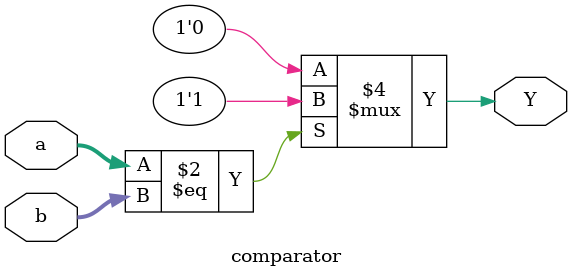
<source format=v>
module comparator(input [3:0] a,b, output reg Y);

  always @(a or b)
  begin
    Y = 0;
    if( a == b)
      Y = 1;
  end
  endmodule

</source>
